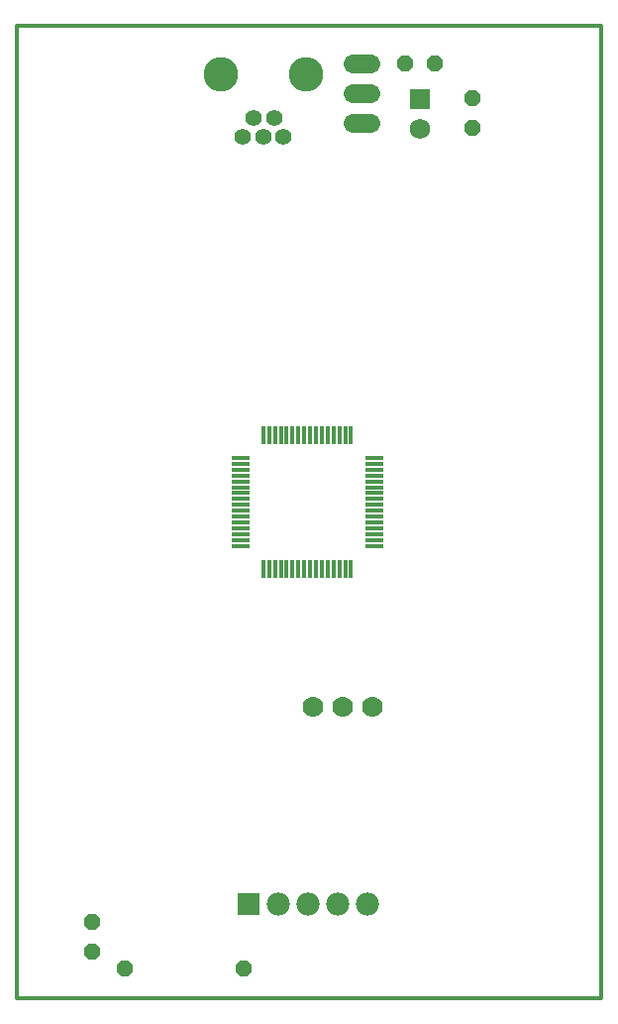
<source format=gts>
G75*
G70*
%OFA0B0*%
%FSLAX24Y24*%
%IPPOS*%
%LPD*%
%AMOC8*
5,1,8,0,0,1.08239X$1,22.5*
%
%ADD10C,0.0120*%
%ADD11R,0.0640X0.0138*%
%ADD12R,0.0138X0.0640*%
%ADD13C,0.0700*%
%ADD14C,0.0640*%
%ADD15OC8,0.0560*%
%ADD16R,0.0690X0.0690*%
%ADD17C,0.0690*%
%ADD18C,0.0555*%
%ADD19C,0.1162*%
%ADD20R,0.0780X0.0780*%
%ADD21C,0.0780*%
D10*
X000168Y000170D02*
X019853Y000170D01*
X019853Y032847D01*
X000168Y032847D01*
X000168Y000170D01*
D11*
X007702Y015369D03*
X007702Y015565D03*
X007702Y015762D03*
X007702Y015959D03*
X007702Y016156D03*
X007702Y016353D03*
X007702Y016550D03*
X007702Y016747D03*
X007702Y016943D03*
X007702Y017140D03*
X007702Y017337D03*
X007702Y017534D03*
X007702Y017731D03*
X007702Y017928D03*
X007702Y018125D03*
X007702Y018321D03*
X012200Y018321D03*
X012200Y018125D03*
X012200Y017928D03*
X012200Y017731D03*
X012200Y017534D03*
X012200Y017337D03*
X012200Y017140D03*
X012200Y016943D03*
X012200Y016747D03*
X012200Y016550D03*
X012200Y016353D03*
X012200Y016156D03*
X012200Y015959D03*
X012200Y015762D03*
X012200Y015565D03*
X012200Y015369D03*
D12*
X011428Y014596D03*
X011231Y014596D03*
X011034Y014596D03*
X010837Y014596D03*
X010640Y014596D03*
X010443Y014596D03*
X010246Y014596D03*
X010050Y014596D03*
X009853Y014596D03*
X009656Y014596D03*
X009459Y014596D03*
X009262Y014596D03*
X009065Y014596D03*
X008868Y014596D03*
X008672Y014596D03*
X008475Y014596D03*
X008475Y019094D03*
X008672Y019094D03*
X008868Y019094D03*
X009065Y019094D03*
X009262Y019094D03*
X009459Y019094D03*
X009656Y019094D03*
X009853Y019094D03*
X010050Y019094D03*
X010246Y019094D03*
X010443Y019094D03*
X010640Y019094D03*
X010837Y019094D03*
X011034Y019094D03*
X011231Y019094D03*
X011428Y019094D03*
D13*
X011133Y009973D03*
X012133Y009973D03*
X010133Y009973D03*
D14*
X011490Y029587D02*
X012090Y029587D01*
X012090Y030587D02*
X011490Y030587D01*
X011490Y031587D02*
X012090Y031587D01*
D15*
X013231Y031595D03*
X014231Y031595D03*
X015527Y030410D03*
X015527Y029410D03*
X002716Y002717D03*
X002716Y001717D03*
X003798Y001162D03*
X007798Y001162D03*
D16*
X013731Y030391D03*
D17*
X013731Y029391D03*
D18*
X009141Y029125D03*
X008831Y029745D03*
X008471Y029125D03*
X008141Y029745D03*
X007771Y029125D03*
D19*
X007034Y031225D03*
X009909Y031225D03*
D20*
X007975Y003333D03*
D21*
X008975Y003333D03*
X009975Y003333D03*
X010975Y003333D03*
X011975Y003333D03*
M02*

</source>
